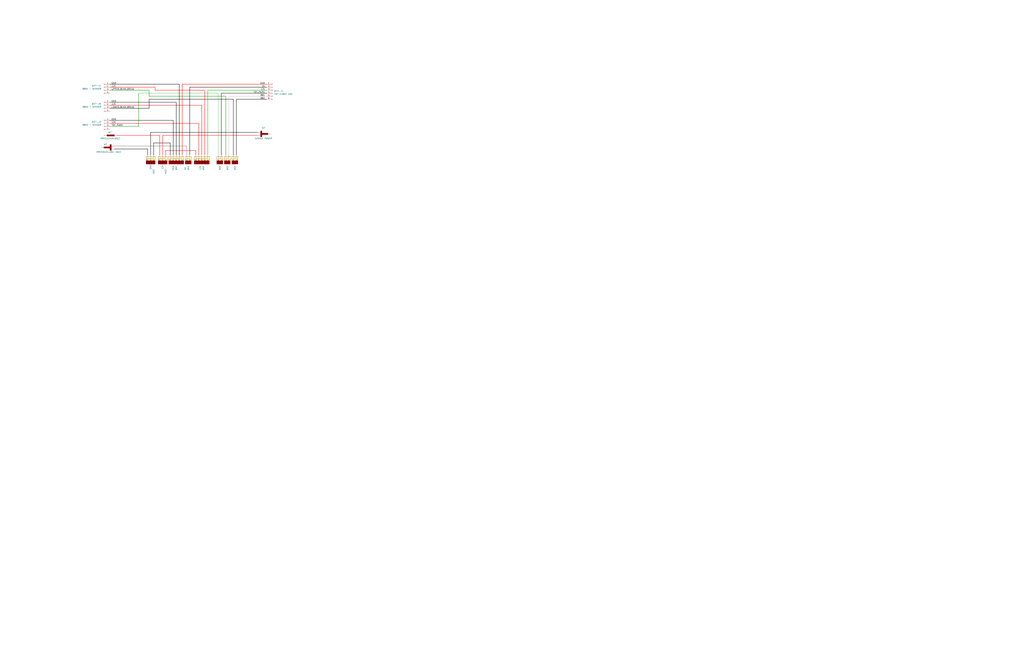
<source format=kicad_sch>
(kicad_sch (version 20230121) (generator eeschema)
  (paper "D")
  (title_block (title "2023 FRC971 Robot") (date "2023-02-25") (rev "1") (company "971 Spartan Robotics"))
  (lib_symbols
    (symbol "Cable_9" (pin_numbers hide) (pin_names hide)
      (property "Reference" "W" (at 0 0 0))
      (property "Value" "Cable_9" (at 0 0 0))
      (symbol "Cable_9_0_1"
        (rectangle (start 0 0.635) (end 6.35 -0.635) (fill (type outline)))
      )
      (symbol "Cable_9_1_1"
        (pin input line (at -2.54 0 0) (length 2.54) (name "1") (number "1"))
        (pin input line (at 8.89 0 180) (length 2.54) (name "1") (number "1"))
      )
    )
    (symbol "Connector:Conn_01x04_Socket" (pin_names (offset 1.016) hide)
      (property "Reference" "J" (at 0 5.08 0))
      (property "Value" "Conn_01x04_Socket" (at 0 -7.62 0))
      (symbol "Conn_01x04_Socket_1_1"
        (arc (start 0 -4.572) (mid -0.5058 -5.08) (end 0 -5.588) (stroke (width 0.1524)))
        (arc (start 0 -2.032) (mid -0.5058 -2.54) (end 0 -3.048) (stroke (width 0.1524)))
        (polyline (pts (xy -1.27 -5.08) (xy -0.508 -5.08)) (stroke (width 0.1524)))
        (polyline (pts (xy -1.27 -2.54) (xy -0.508 -2.54)) (stroke (width 0.1524)))
        (polyline (pts (xy -1.27 0) (xy -0.508 0)) (stroke (width 0.1524)))
        (polyline (pts (xy -1.27 2.54) (xy -0.508 2.54)) (stroke (width 0.1524)))
        (arc (start 0 0.508) (mid -0.5058 0) (end 0 -0.508) (stroke (width 0.1524)))
        (arc (start 0 3.048) (mid -0.5058 2.54) (end 0 2.032) (stroke (width 0.1524)))
        (pin passive line (at -5.08 2.54 0) (length 3.81) (name "Pin_1") (number "1"))
        (pin passive line (at -5.08 0 0) (length 3.81) (name "Pin_2") (number "2"))
        (pin passive line (at -5.08 -2.54 0) (length 3.81) (name "Pin_3") (number "3"))
        (pin passive line (at -5.08 -5.08 0) (length 3.81) (name "Pin_4") (number "4"))
      )
    )
    (symbol "Connector:Conn_01x06_Socket" (pin_names (offset 1.016) hide)
      (property "Reference" "J" (at 0 7.62 0))
      (property "Value" "Conn_01x06_Socket" (at 0 -10.16 0))
      (symbol "Conn_01x06_Socket_1_1"
        (arc (start 0 -7.112) (mid -0.5058 -7.62) (end 0 -8.128) (stroke (width 0.1524)))
        (arc (start 0 -4.572) (mid -0.5058 -5.08) (end 0 -5.588) (stroke (width 0.1524)))
        (arc (start 0 -2.032) (mid -0.5058 -2.54) (end 0 -3.048) (stroke (width 0.1524)))
        (polyline (pts (xy -1.27 -7.62) (xy -0.508 -7.62)) (stroke (width 0.1524)))
        (polyline (pts (xy -1.27 -5.08) (xy -0.508 -5.08)) (stroke (width 0.1524)))
        (polyline (pts (xy -1.27 -2.54) (xy -0.508 -2.54)) (stroke (width 0.1524)))
        (polyline (pts (xy -1.27 0) (xy -0.508 0)) (stroke (width 0.1524)))
        (polyline (pts (xy -1.27 2.54) (xy -0.508 2.54)) (stroke (width 0.1524)))
        (polyline (pts (xy -1.27 5.08) (xy -0.508 5.08)) (stroke (width 0.1524)))
        (arc (start 0 0.508) (mid -0.5058 0) (end 0 -0.508) (stroke (width 0.1524)))
        (arc (start 0 3.048) (mid -0.5058 2.54) (end 0 2.032) (stroke (width 0.1524)))
        (arc (start 0 5.588) (mid -0.5058 5.08) (end 0 4.572) (stroke (width 0.1524)))
        (pin passive line (at -5.08 5.08 0) (length 3.81) (name "Pin_1") (number "1"))
        (pin passive line (at -5.08 2.54 0) (length 3.81) (name "Pin_2") (number "2"))
        (pin passive line (at -5.08 0 0) (length 3.81) (name "Pin_3") (number "3"))
        (pin passive line (at -5.08 -2.54 0) (length 3.81) (name "Pin_4") (number "4"))
        (pin passive line (at -5.08 -5.08 0) (length 3.81) (name "Pin_5") (number "5"))
        (pin passive line (at -5.08 -7.62 0) (length 3.81) (name "Pin_6") (number "6"))
      )
    )
    (symbol "SystemDiagram:Cable12" (pin_numbers hide) (pin_names hide)
      (property "Reference" "W" (at 0 0 0))
      (property "Value" "Cable12" (at 0 0 0))
      (symbol "Cable12_0_1"
        (rectangle (start 0 0.635) (end 6.35 -0.635) (fill (type outline)))
        (rectangle (start 5.08 2.54) (end 6.35 -2.54) (fill (type outline)))
      )
      (symbol "Cable12_1_1"
        (pin input line (at -2.54 0 0) (length 2.54) (name "1") (number "1"))
        (pin input line (at 8.89 -1.27 180) (length 2.54) (name "1") (number "1"))
        (pin input line (at 8.89 1.27 180) (length 2.54) (name "1") (number "1"))
      )
    )
    (symbol "SystemDiagram:Wago_2"
      (property "Reference" "WG" (at 1.27 0 0))
      (property "Value" "Wago_2" (at 2.54 0 0))
      (symbol "Wago_2_0_1"
        (rectangle (start -1.27 2.54) (end 5.08 -2.54) (fill (type background)))
        (polyline (pts (xy 0 1.27) (xy 0 -1.27)))
        (arc (start 2.54 -1.27) (mid 2.54 -1.27) (end 2.54 -1.27))
        (arc (start 2.54 0) (mid 2.0139 -1.27) (end 2.54 -2.54) (fill (type outline)))
        (rectangle (start 2.54 0) (end 5.08 -2.54) (fill (type outline)))
        (arc (start 2.54 2.54) (mid 2.0139 1.27) (end 2.54 0) (fill (type outline)))
        (rectangle (start 2.54 2.54) (end 5.08 0) (fill (type outline)))
        (rectangle (start 3.81 -1.27) (end 3.81 -1.27))
      )
      (symbol "Wago_2_1_1"
        (pin input line (at -2.54 1.27 0) (length 2.54) (name "1") (number ""))
        (pin input line (at -2.54 -1.27 0) (length 2.54) (name "2") (number ""))
      )
    )
    (symbol "SystemDiagram:Wago_3"
      (property "Reference" "WG" (at 1.27 0 0))
      (property "Value" "Wago_3" (at 2.54 0 0))
      (symbol "Wago_3_0_1"
        (rectangle (start -1.27 3.81) (end 5.08 -3.81) (fill (type background)))
        (polyline (pts (xy 0 2.54) (xy 0 -2.54)))
        (arc (start 2.54 -1.27) (mid 2.0139 -2.54) (end 2.54 -3.81) (fill (type outline)))
        (rectangle (start 2.54 -1.27) (end 5.08 -3.81) (fill (type outline)))
        (arc (start 2.54 1.27) (mid 2.0139 0) (end 2.54 -1.27) (fill (type outline)))
        (rectangle (start 2.54 1.27) (end 5.08 -1.27) (fill (type outline)))
        (arc (start 2.54 2.54) (mid 2.54 2.54) (end 2.54 2.54))
        (arc (start 2.54 3.81) (mid 2.0139 2.54) (end 2.54 1.27) (fill (type outline)))
        (rectangle (start 2.54 3.81) (end 5.08 1.27) (fill (type outline)))
        (rectangle (start 3.81 -1.27) (end 3.81 -1.27))
      )
      (symbol "Wago_3_1_1"
        (pin input line (at -2.54 2.54 0) (length 2.54) (name "1") (number ""))
        (pin input line (at -2.54 0 0) (length 2.54) (name "2") (number ""))
        (pin input line (at -2.54 -2.54 0) (length 2.54) (name "3") (number ""))
      )
    )
    (symbol "SystemDiagram:Wago_5"
      (property "Reference" "WG" (at 0 -1.27 0))
      (property "Value" "Wago_5" (at 1.27 -1.27 0))
      (symbol "Wago_5_0_1"
        (rectangle (start -2.54 5.08) (end 3.81 -7.62) (fill (type background)))
        (polyline (pts (xy -1.27 3.81) (xy -1.27 -6.35)))
        (rectangle (start 1.27 -6.35) (end 1.27 -6.35))
        (rectangle (start 1.27 -6.35) (end 1.27 -6.35))
        (arc (start 1.27 -5.08) (mid 0.744 -6.35) (end 1.27 -7.62) (fill (type outline)))
        (rectangle (start 1.27 -5.08) (end 3.81 -7.62) (fill (type outline)))
        (rectangle (start 1.27 -3.81) (end 1.27 -3.81))
        (arc (start 1.27 -2.54) (mid 0.744 -3.81) (end 1.27 -5.08) (fill (type outline)))
        (rectangle (start 1.27 -2.54) (end 3.81 -5.08) (fill (type outline)))
        (arc (start 1.27 0) (mid 0.744 -1.27) (end 1.27 -2.54) (fill (type outline)))
        (rectangle (start 1.27 0) (end 3.81 -2.54) (fill (type outline)))
        (arc (start 1.27 2.54) (mid 0.744 1.27) (end 1.27 0) (fill (type outline)))
        (rectangle (start 1.27 2.54) (end 3.81 0) (fill (type outline)))
        (arc (start 1.27 5.08) (mid 0.744 3.81) (end 1.27 2.54) (fill (type outline)))
        (rectangle (start 1.27 5.08) (end 1.27 5.08))
        (rectangle (start 1.27 5.08) (end 3.81 2.54) (fill (type outline)))
        (rectangle (start 2.54 -1.27) (end 2.54 -1.27))
      )
      (symbol "Wago_5_1_1"
        (pin input line (at -3.81 3.81 0) (length 2.54) (name "1") (number ""))
        (pin input line (at -3.81 1.27 0) (length 2.54) (name "2") (number ""))
        (pin input line (at -3.81 -1.27 0) (length 2.54) (name "3") (number ""))
        (pin input line (at -3.81 -3.81 0) (length 2.54) (name "4") (number ""))
        (pin input line (at -3.81 -6.35 0) (length 2.54) (name "5") (number ""))
      )
    )
  )
  (wire (pts (xy 125.73 81.28) (xy 190.5 81.28)) (stroke (width 0.3048)))
  (wire (pts (xy 224.79 78.74) (xy 186.69 78.74)) (stroke (width 0.3048) (color 0 0 0 1)))
  (wire (pts (xy 190.5 81.28) (xy 190.5 130.81)) (stroke (width 0.3048)))
  (wire (pts (xy 125.73 81.28) (xy 125.73 76.2)) (stroke (width 0.3048)))
  (wire (pts (xy 217.17 111.76) (xy 127 111.76)) (stroke (width 0.3048) (color 0 0 0 1)))
  (wire (pts (xy 146.05 101.6) (xy 146.05 130.81)) (stroke (width 0.3048) (color 0 0 0 1)))
  (wire (pts (xy 224.79 83.82) (xy 199.39 83.82)) (stroke (width 0.3048) (color 0 0 0 1)))
  (wire (pts (xy 92.71 104.14) (xy 167.64 104.14)) (stroke (width 0.3048) (color 255 0 0 1)))
  (wire (pts (xy 160.02 130.81) (xy 160.02 73.66)) (stroke (width 0.3048) (color 0 0 0 1)))
  (wire (pts (xy 92.71 86.36) (xy 148.59 86.36)) (stroke (width 0.3048) (color 0 0 0 1)))
  (wire (pts (xy 92.71 101.6) (xy 146.05 101.6)) (stroke (width 0.3048) (color 0 0 0 1)))
  (wire (pts (xy 143.51 120.65) (xy 143.51 130.81)) (stroke (width 0.3048) (color 0 0 0 1)))
  (wire (pts (xy 134.62 114.3) (xy 134.62 130.81)) (stroke (width 0.3048) (color 255 0 0 1)))
  (wire (pts (xy 186.69 78.74) (xy 186.69 130.81)) (stroke (width 0.3048) (color 0 0 0 1)))
  (wire (pts (xy 125.73 83.82) (xy 125.73 91.44)) (stroke (width 0.3048) (color 0 0 0 1)))
  (wire (pts (xy 157.48 130.81) (xy 157.48 123.19)) (stroke (width 0.3048) (color 132 132 132 1)))
  (wire (pts (xy 130.81 73.66) (xy 130.81 76.2)) (stroke (width 0.3048) (color 255 0 0 1)))
  (wire (pts (xy 175.26 130.81) (xy 175.26 76.2)) (stroke (width 0.3048) (color 0 194 0 1)))
  (wire (pts (xy 92.71 71.12) (xy 151.13 71.12)) (stroke (width 0.3048) (color 0 0 0 1)))
  (wire (pts (xy 196.85 83.82) (xy 125.73 83.82)) (stroke (width 0.3048) (color 0 0 0 1)))
  (wire (pts (xy 92.71 91.44) (xy 125.73 91.44)) (stroke (width 0.3048) (color 0 0 0 1)))
  (wire (pts (xy 217.17 114.3) (xy 137.16 114.3)) (stroke (width 0.3048) (color 255 0 0 1)))
  (wire (pts (xy 92.71 106.68) (xy 116.84 106.68)) (stroke (width 0.3048)))
  (wire (pts (xy 92.71 88.9) (xy 170.18 88.9)) (stroke (width 0.3048) (color 255 0 0 1)))
  (wire (pts (xy 153.67 71.12) (xy 224.79 71.12)) (stroke (width 0.3048) (color 255 0 0 1)))
  (wire (pts (xy 172.72 76.2) (xy 172.72 130.81)) (stroke (width 0.3048) (color 255 0 0 1)))
  (wire (pts (xy 151.13 71.12) (xy 151.13 130.81)) (stroke (width 0.3048) (color 0 0 0 1)))
  (wire (pts (xy 193.04 81.28) (xy 193.04 130.81)) (stroke (width 0.3048) (color 194 194 194 1)))
  (wire (pts (xy 124.46 125.73) (xy 124.46 130.81)) (stroke (width 0.3048) (color 0 0 0 1)))
  (wire (pts (xy 92.71 76.2) (xy 125.73 76.2)) (stroke (width 0.3048)))
  (wire (pts (xy 175.26 76.2) (xy 224.79 76.2)) (stroke (width 0.3048) (color 0 194 0 1)))
  (wire (pts (xy 167.64 130.81) (xy 167.64 104.14)) (stroke (width 0.3048) (color 255 0 0 1)))
  (wire (pts (xy 130.81 73.66) (xy 92.71 73.66)) (stroke (width 0.3048) (color 255 0 0 1)))
  (wire (pts (xy 96.52 125.73) (xy 124.46 125.73)) (stroke (width 0.3048) (color 0 0 0 1)))
  (wire (pts (xy 160.02 73.66) (xy 224.79 73.66)) (stroke (width 0.3048) (color 0 0 0 1)))
  (wire (pts (xy 184.15 78.74) (xy 116.84 78.74)))
  (wire (pts (xy 129.54 130.81) (xy 129.54 120.65)) (stroke (width 0.3048) (color 0 0 0 1)))
  (wire (pts (xy 116.84 78.74) (xy 116.84 106.68)) (stroke (width 0.3048)))
  (wire (pts (xy 199.39 83.82) (xy 199.39 130.81)) (stroke (width 0.3048) (color 0 0 0 1)))
  (wire (pts (xy 130.81 76.2) (xy 172.72 76.2)) (stroke (width 0.3048) (color 255 0 0 1)))
  (wire (pts (xy 99.06 114.3) (xy 134.62 114.3)) (stroke (width 0.3048) (color 255 0 0 1)))
  (wire (pts (xy 165.1 127) (xy 165.1 130.81)) (stroke (width 0.3048) (color 255 0 0 1)))
  (wire (pts (xy 139.7 127) (xy 165.1 127)) (stroke (width 0.3048) (color 255 0 0 1)))
  (wire (pts (xy 224.79 81.28) (xy 193.04 81.28)) (stroke (width 0.3048) (color 194 194 194 1)))
  (wire (pts (xy 139.7 130.81) (xy 139.7 127)) (stroke (width 0.3048) (color 255 0 0 1)))
  (wire (pts (xy 129.54 120.65) (xy 143.51 120.65)) (stroke (width 0.3048) (color 0 0 0 1)))
  (wire (pts (xy 127 111.76) (xy 127 130.81)) (stroke (width 0.3048) (color 0 0 0 1)))
  (wire (pts (xy 96.52 123.19) (xy 157.48 123.19)) (stroke (width 0.3048) (color 132 132 132 1)))
  (wire (pts (xy 148.59 86.36) (xy 148.59 130.81)) (stroke (width 0.3048) (color 0 0 0 1)))
  (wire (pts (xy 153.67 71.12) (xy 153.67 130.81)) (stroke (width 0.3048) (color 255 0 0 1)))
  (wire (pts (xy 196.85 130.81) (xy 196.85 83.82)) (stroke (width 0.3048) (color 0 0 0 1)))
  (wire (pts (xy 170.18 130.81) (xy 170.18 88.9)) (stroke (width 0.3048) (color 255 0 0 1)))
  (wire (pts (xy 184.15 130.81) (xy 184.15 78.74)))
  (wire (pts (xy 137.16 114.3) (xy 137.16 130.81)) (stroke (width 0.3048) (color 255 0 0 1)))
  (label "LOWER_BEAM_BREAK" (at 93.98 91.44 0))
  (label "GND" (at 93.98 101.6 0))
  (label "UPPER_BEAM_BREAK" (at 93.98 76.2 0))
  (label "5V" (at 223.52 73.66 180))
  (label "BB2" (at 223.52 83.82 180))
  (label "12V" (at 223.52 76.2 180))
  (label "12V" (at 93.98 104.14 0))
  (label "BB1" (at 223.52 81.28 180))
  (label "12V" (at 93.98 73.66 0))
  (label "GND" (at 93.98 71.12 0))
  (label "GND" (at 93.98 86.36 0))
  (label "GND" (at 223.52 71.12 180))
  (label "12V" (at 93.98 88.9 0))
  (label "TOF_PWM1" (at 93.98 106.68 0))
  (label "TOF_PWM1" (at 223.52 78.74 180))
  (symbol (lib_name "Cable_9") (lib_id "SystemDiagram:Cable") (at 90.17 114.3 0) (unit 1)
    (property "Reference" "W?" (at 92.71 111.76 0))
    (property "Value" "VRM2:12V2A_WG2" (at 92.71 116.84 0))
    (property "Datasheet" "https://docs.google.com/spreadsheets/d/1ZajZ604jnjb0XeBJ0A2MpDWhvN4wCiO8oX1uJdVXW7E/edit#gid=162751927" (effects hide))
    (instances (project "2023-SystemDiagram" (path "" (reference "W?") (unit 1)) (path "" (reference "W27-W1") (unit 1))))
  )
  (symbol (lib_id "Connector:Conn_01x04_Socket") (at 87.63 104.14 0) (mirror y) (unit 1)
    (property "Reference" "W27-J2" (at 81.28 102.87 0))
    (property "Value" "BBA3 - SENSOR" (at 77.47 105.41 0))
  )
  (symbol (lib_id "SystemDiagram:Wago_5") (at 149.86 134.62 270) (unit 1)
    (property "Reference" "WG?" (at 148.59 139.7 0) (effects (justify left)))
    (property "Value" "GND" (at 146.05 139.7 0) (effects (justify left)))
    (instances (project "2023-SystemDiagram" (path "" (reference "WG?") (unit 1)) (path "" (reference "W27-WG16") (unit 1))))
  )
  (symbol (lib_id "SystemDiagram:Wago_2") (at 198.12 133.35 270) (unit 1)
    (property "Reference" "WG?" (at 198.12 139.7 0) (effects (justify left)))
    (property "Value" "5V" (effects hide))
    (instances (project "2023-SystemDiagram" (path "" (reference "WG?") (unit 1)) (path "" (reference "WG14") (unit 1))))
  )
  (symbol (lib_id "SystemDiagram:Wago_2") (at 158.75 133.35 270) (unit 1)
    (property "Reference" "WG?" (at 158.75 139.7 0) (effects (justify left)))
    (property "Value" "5V" (at 156.21 140.97 0) (effects (justify left)))
    (instances (project "2023-SystemDiagram" (path "" (reference "WG?") (unit 1)) (path "" (reference "W27-WG12") (unit 1))))
  )
  (symbol (lib_id "SystemDiagram:Cable12") (at 87.63 124.46 0) (unit 1)
    (property "Reference" "W?" (at 88.9 121.92 0))
    (property "Value" "VRM2:5V2A_WG1-WG3" (at 91.44 128.27 0))
    (property "Datasheet" "https://docs.google.com/spreadsheets/d/1ZajZ604jnjb0XeBJ0A2MpDWhvN4wCiO8oX1uJdVXW7E/edit#gid=1620951277" (effects hide))
    (instances (project "2023-SystemDiagram" (path "" (reference "W?") (unit 1)) (path "" (reference "W27-W2") (unit 1))))
  )
  (symbol (lib_id "Connector:Conn_01x06_Socket") (at 229.87 76.2 0) (unit 1)
    (property "Reference" "W27-J4" (at 231.14 76.835 0) (effects (justify left)))
    (property "Value" "TOF-CABLE W31" (at 231.14 79.375 0) (effects (justify left)))
  )
  (symbol (lib_id "Connector:Conn_01x04_Socket") (at 87.63 73.66 0) (mirror y) (unit 1)
    (property "Reference" "W27-J1" (at 81.28 72.39 0))
    (property "Value" "BBA1 - SENSOR" (at 77.47 74.93 0))
  )
  (symbol (lib_id "SystemDiagram:Wago_3") (at 127 133.35 270) (unit 1)
    (property "Reference" "WG?" (at 129.54 144.78 0))
    (property "Value" "GND" (at 127 140.97 0))
    (instances (project "2023-SystemDiagram" (path "" (reference "WG?") (unit 1)) (path "" (reference "W27-WG14") (unit 1))))
  )
  (symbol (lib_id "SystemDiagram:Wago_2") (at 191.77 133.35 270) (unit 1)
    (property "Reference" "WG?" (at 191.77 139.7 0) (effects (justify left)))
    (property "Value" "5V" (effects hide))
    (instances (project "2023-SystemDiagram" (path "" (reference "WG?") (unit 1)) (path "" (reference "WG13") (unit 1))))
  )
  (symbol (lib_id "Connector:Conn_01x04_Socket") (at 87.63 88.9 0) (mirror y) (unit 1)
    (property "Reference" "W27-J5" (at 81.28 87.63 0))
    (property "Value" "BBA2 - SENSOR" (at 77.47 90.17 0))
  )
  (symbol (lib_id "SystemDiagram:Wago_5") (at 171.45 134.62 270) (unit 1)
    (property "Reference" "WG?" (at 171.45 139.7 0) (effects (justify left)))
    (property "Value" "12V" (at 168.91 139.7 0) (effects (justify left)))
    (instances (project "2023-SystemDiagram" (path "" (reference "WG?") (unit 1)) (path "" (reference "W27-WG15") (unit 1))))
  )
  (symbol (lib_id "SystemDiagram:Wago_2") (at 185.42 133.35 270) (unit 1)
    (property "Reference" "WG?" (at 185.42 139.7 0) (effects (justify left)))
    (property "Value" "5V" (effects hide))
    (instances (project "2023-SystemDiagram" (path "" (reference "WG?") (unit 1)) (path "" (reference "WG12") (unit 1))))
  )
  (symbol (lib_id "SystemDiagram:Cable12") (at 226.06 113.03 0) (mirror y) (unit 1)
    (property "Reference" "W?" (at 222.25 107.95 0))
    (property "Value" "CANDLE POWER" (at 222.25 116.84 0))
    (property "Datasheet" "https://docs.google.com/spreadsheets/d/1ZajZ604jnjb0XeBJ0A2MpDWhvN4wCiO8oX1uJdVXW7E/edit#gid=1141382195" (effects hide))
    (instances (project "2023-SystemDiagram" (path "" (reference "W?") (unit 1)) (path "" (reference "W27-W55") (unit 1))))
  )
  (symbol (lib_id "SystemDiagram:Wago_3") (at 137.16 133.35 270) (unit 1)
    (property "Reference" "WG?" (at 139.7 144.78 0))
    (property "Value" "12V" (at 137.16 140.97 0))
    (instances (project "2023-SystemDiagram" (path "" (reference "WG?") (unit 1)) (path "" (reference "W27-WG13") (unit 1))))
  )
)
</source>
